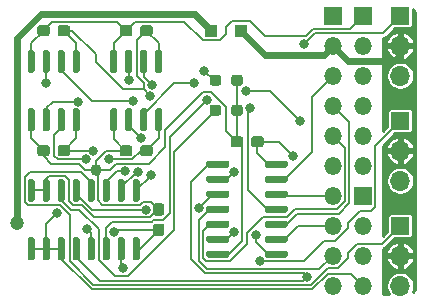
<source format=gbr>
%TF.GenerationSoftware,KiCad,Pcbnew,(5.1.10)-1*%
%TF.CreationDate,2021-10-05T19:45:30+09:00*%
%TF.ProjectId,mr8-iso-mux-sbus-4ws,6d72382d-6973-46f2-9d6d-75782d736275,1*%
%TF.SameCoordinates,Original*%
%TF.FileFunction,Copper,L1,Top*%
%TF.FilePolarity,Positive*%
%FSLAX46Y46*%
G04 Gerber Fmt 4.6, Leading zero omitted, Abs format (unit mm)*
G04 Created by KiCad (PCBNEW (5.1.10)-1) date 2021-10-05 19:45:30*
%MOMM*%
%LPD*%
G01*
G04 APERTURE LIST*
%TA.AperFunction,ComponentPad*%
%ADD10R,1.500000X1.500000*%
%TD*%
%TA.AperFunction,ComponentPad*%
%ADD11O,1.700000X1.700000*%
%TD*%
%TA.AperFunction,ComponentPad*%
%ADD12O,1.500000X1.500000*%
%TD*%
%TA.AperFunction,SMDPad,CuDef*%
%ADD13R,1.000000X1.000000*%
%TD*%
%TA.AperFunction,ViaPad*%
%ADD14C,1.200000*%
%TD*%
%TA.AperFunction,ViaPad*%
%ADD15C,1.000000*%
%TD*%
%TA.AperFunction,ViaPad*%
%ADD16C,0.800000*%
%TD*%
%TA.AperFunction,Conductor*%
%ADD17C,0.300000*%
%TD*%
%TA.AperFunction,Conductor*%
%ADD18C,0.600000*%
%TD*%
%TA.AperFunction,Conductor*%
%ADD19C,0.200000*%
%TD*%
%TA.AperFunction,Conductor*%
%ADD20C,0.254000*%
%TD*%
%TA.AperFunction,Conductor*%
%ADD21C,0.100000*%
%TD*%
G04 APERTURE END LIST*
D10*
%TO.P,J4,1*%
%TO.N,/PWM_STR_VEH_INV*%
X136525000Y-95250000D03*
D11*
%TO.P,J4,2*%
%TO.N,+V_VEH*%
X136525000Y-97790000D03*
%TO.P,J4,3*%
%TO.N,GND*%
X136525000Y-100330000D03*
%TD*%
%TO.P,J3,3*%
%TO.N,GND*%
X136525000Y-91440000D03*
%TO.P,J3,2*%
%TO.N,+V_VEH*%
X136525000Y-88900000D03*
D10*
%TO.P,J3,1*%
%TO.N,/PWM_STR_VEH*%
X136525000Y-86360000D03*
%TD*%
D11*
%TO.P,J2,3*%
%TO.N,GND*%
X136525000Y-82550000D03*
%TO.P,J2,2*%
%TO.N,+V_VEH*%
X136525000Y-80010000D03*
D10*
%TO.P,J2,1*%
%TO.N,/PWM_THR_VEH*%
X136525000Y-77470000D03*
%TD*%
D12*
%TO.P,J5,4*%
%TO.N,/CON_EXT*%
X133350000Y-100330000D03*
%TO.P,J5,3*%
%TO.N,/CON_LOST*%
X133350000Y-97790000D03*
%TO.P,J5,2*%
%TO.N,+3V3*%
X133350000Y-95250000D03*
D10*
%TO.P,J5,1*%
%TO.N,GND*%
X133350000Y-92710000D03*
%TD*%
D12*
%TO.P,J6,6*%
%TO.N,/PWM_STR_EXT*%
X133350000Y-90170000D03*
%TO.P,J6,5*%
%TO.N,/PWM_THR_EXT*%
X133350000Y-87630000D03*
%TO.P,J6,4*%
%TO.N,/COM_IN_EXT*%
X133350000Y-85090000D03*
%TO.P,J6,3*%
%TO.N,/S.BUS_OUT_EXT*%
X133350000Y-82550000D03*
%TO.P,J6,2*%
%TO.N,+V_EXT*%
X133350000Y-80010000D03*
D10*
%TO.P,J6,1*%
%TO.N,GND_EXT*%
X133350000Y-77470000D03*
%TD*%
D12*
%TO.P,J1,10*%
%TO.N,/PWM_A*%
X130810000Y-100330000D03*
%TO.P,J1,9*%
%TO.N,/PWM_B*%
X130810000Y-97790000D03*
%TO.P,J1,8*%
%TO.N,/PWM_C*%
X130810000Y-95250000D03*
%TO.P,J1,7*%
%TO.N,/PWM_D*%
X130810000Y-92710000D03*
%TO.P,J1,6*%
%TO.N,/PWM_E*%
X130810000Y-90170000D03*
%TO.P,J1,5*%
%TO.N,/PWM_F*%
X130810000Y-87630000D03*
%TO.P,J1,4*%
%TO.N,/PWM_G*%
X130810000Y-85090000D03*
%TO.P,J1,3*%
%TO.N,/PWM_H*%
X130810000Y-82550000D03*
%TO.P,J1,2*%
%TO.N,+V_VEH*%
X130810000Y-80010000D03*
D10*
%TO.P,J1,1*%
%TO.N,GND*%
X130810000Y-77470000D03*
%TD*%
D13*
%TO.P,D1,1*%
%TO.N,+5V*%
X120543000Y-78740000D03*
%TO.P,D1,2*%
%TO.N,+V_VEH*%
X123043000Y-78740000D03*
%TD*%
%TO.P,C6,2*%
%TO.N,GND_EXT*%
%TA.AperFunction,SMDPad,CuDef*%
G36*
G01*
X106863000Y-78502500D02*
X106863000Y-78977500D01*
G75*
G02*
X106625500Y-79215000I-237500J0D01*
G01*
X106025500Y-79215000D01*
G75*
G02*
X105788000Y-78977500I0J237500D01*
G01*
X105788000Y-78502500D01*
G75*
G02*
X106025500Y-78265000I237500J0D01*
G01*
X106625500Y-78265000D01*
G75*
G02*
X106863000Y-78502500I0J-237500D01*
G01*
G37*
%TD.AperFunction*%
%TO.P,C6,1*%
%TO.N,+V_EXT*%
%TA.AperFunction,SMDPad,CuDef*%
G36*
G01*
X108588000Y-78502500D02*
X108588000Y-78977500D01*
G75*
G02*
X108350500Y-79215000I-237500J0D01*
G01*
X107750500Y-79215000D01*
G75*
G02*
X107513000Y-78977500I0J237500D01*
G01*
X107513000Y-78502500D01*
G75*
G02*
X107750500Y-78265000I237500J0D01*
G01*
X108350500Y-78265000D01*
G75*
G02*
X108588000Y-78502500I0J-237500D01*
G01*
G37*
%TD.AperFunction*%
%TD*%
%TO.P,C5,2*%
%TO.N,GND_EXT*%
%TA.AperFunction,SMDPad,CuDef*%
G36*
G01*
X113848000Y-78502500D02*
X113848000Y-78977500D01*
G75*
G02*
X113610500Y-79215000I-237500J0D01*
G01*
X113010500Y-79215000D01*
G75*
G02*
X112773000Y-78977500I0J237500D01*
G01*
X112773000Y-78502500D01*
G75*
G02*
X113010500Y-78265000I237500J0D01*
G01*
X113610500Y-78265000D01*
G75*
G02*
X113848000Y-78502500I0J-237500D01*
G01*
G37*
%TD.AperFunction*%
%TO.P,C5,1*%
%TO.N,+V_EXT*%
%TA.AperFunction,SMDPad,CuDef*%
G36*
G01*
X115573000Y-78502500D02*
X115573000Y-78977500D01*
G75*
G02*
X115335500Y-79215000I-237500J0D01*
G01*
X114735500Y-79215000D01*
G75*
G02*
X114498000Y-78977500I0J237500D01*
G01*
X114498000Y-78502500D01*
G75*
G02*
X114735500Y-78265000I237500J0D01*
G01*
X115335500Y-78265000D01*
G75*
G02*
X115573000Y-78502500I0J-237500D01*
G01*
G37*
%TD.AperFunction*%
%TD*%
%TO.P,U4,8*%
%TO.N,+3V3*%
%TA.AperFunction,SMDPad,CuDef*%
G36*
G01*
X108943000Y-85320000D02*
X109243000Y-85320000D01*
G75*
G02*
X109393000Y-85470000I0J-150000D01*
G01*
X109393000Y-87120000D01*
G75*
G02*
X109243000Y-87270000I-150000J0D01*
G01*
X108943000Y-87270000D01*
G75*
G02*
X108793000Y-87120000I0J150000D01*
G01*
X108793000Y-85470000D01*
G75*
G02*
X108943000Y-85320000I150000J0D01*
G01*
G37*
%TD.AperFunction*%
%TO.P,U4,7*%
%TO.N,/PWM_THR*%
%TA.AperFunction,SMDPad,CuDef*%
G36*
G01*
X107673000Y-85320000D02*
X107973000Y-85320000D01*
G75*
G02*
X108123000Y-85470000I0J-150000D01*
G01*
X108123000Y-87120000D01*
G75*
G02*
X107973000Y-87270000I-150000J0D01*
G01*
X107673000Y-87270000D01*
G75*
G02*
X107523000Y-87120000I0J150000D01*
G01*
X107523000Y-85470000D01*
G75*
G02*
X107673000Y-85320000I150000J0D01*
G01*
G37*
%TD.AperFunction*%
%TO.P,U4,6*%
%TO.N,/PWM_STR*%
%TA.AperFunction,SMDPad,CuDef*%
G36*
G01*
X106403000Y-85320000D02*
X106703000Y-85320000D01*
G75*
G02*
X106853000Y-85470000I0J-150000D01*
G01*
X106853000Y-87120000D01*
G75*
G02*
X106703000Y-87270000I-150000J0D01*
G01*
X106403000Y-87270000D01*
G75*
G02*
X106253000Y-87120000I0J150000D01*
G01*
X106253000Y-85470000D01*
G75*
G02*
X106403000Y-85320000I150000J0D01*
G01*
G37*
%TD.AperFunction*%
%TO.P,U4,5*%
%TO.N,GND*%
%TA.AperFunction,SMDPad,CuDef*%
G36*
G01*
X105133000Y-85320000D02*
X105433000Y-85320000D01*
G75*
G02*
X105583000Y-85470000I0J-150000D01*
G01*
X105583000Y-87120000D01*
G75*
G02*
X105433000Y-87270000I-150000J0D01*
G01*
X105133000Y-87270000D01*
G75*
G02*
X104983000Y-87120000I0J150000D01*
G01*
X104983000Y-85470000D01*
G75*
G02*
X105133000Y-85320000I150000J0D01*
G01*
G37*
%TD.AperFunction*%
%TO.P,U4,4*%
%TO.N,GND_EXT*%
%TA.AperFunction,SMDPad,CuDef*%
G36*
G01*
X105133000Y-80370000D02*
X105433000Y-80370000D01*
G75*
G02*
X105583000Y-80520000I0J-150000D01*
G01*
X105583000Y-82170000D01*
G75*
G02*
X105433000Y-82320000I-150000J0D01*
G01*
X105133000Y-82320000D01*
G75*
G02*
X104983000Y-82170000I0J150000D01*
G01*
X104983000Y-80520000D01*
G75*
G02*
X105133000Y-80370000I150000J0D01*
G01*
G37*
%TD.AperFunction*%
%TO.P,U4,3*%
%TO.N,/PWM_STR_EXT*%
%TA.AperFunction,SMDPad,CuDef*%
G36*
G01*
X106403000Y-80370000D02*
X106703000Y-80370000D01*
G75*
G02*
X106853000Y-80520000I0J-150000D01*
G01*
X106853000Y-82170000D01*
G75*
G02*
X106703000Y-82320000I-150000J0D01*
G01*
X106403000Y-82320000D01*
G75*
G02*
X106253000Y-82170000I0J150000D01*
G01*
X106253000Y-80520000D01*
G75*
G02*
X106403000Y-80370000I150000J0D01*
G01*
G37*
%TD.AperFunction*%
%TO.P,U4,2*%
%TO.N,/PWM_THR_EXT*%
%TA.AperFunction,SMDPad,CuDef*%
G36*
G01*
X107673000Y-80370000D02*
X107973000Y-80370000D01*
G75*
G02*
X108123000Y-80520000I0J-150000D01*
G01*
X108123000Y-82170000D01*
G75*
G02*
X107973000Y-82320000I-150000J0D01*
G01*
X107673000Y-82320000D01*
G75*
G02*
X107523000Y-82170000I0J150000D01*
G01*
X107523000Y-80520000D01*
G75*
G02*
X107673000Y-80370000I150000J0D01*
G01*
G37*
%TD.AperFunction*%
%TO.P,U4,1*%
%TO.N,+V_EXT*%
%TA.AperFunction,SMDPad,CuDef*%
G36*
G01*
X108943000Y-80370000D02*
X109243000Y-80370000D01*
G75*
G02*
X109393000Y-80520000I0J-150000D01*
G01*
X109393000Y-82170000D01*
G75*
G02*
X109243000Y-82320000I-150000J0D01*
G01*
X108943000Y-82320000D01*
G75*
G02*
X108793000Y-82170000I0J150000D01*
G01*
X108793000Y-80520000D01*
G75*
G02*
X108943000Y-80370000I150000J0D01*
G01*
G37*
%TD.AperFunction*%
%TD*%
%TO.P,U3,8*%
%TO.N,+3V3*%
%TA.AperFunction,SMDPad,CuDef*%
G36*
G01*
X115928000Y-85320000D02*
X116228000Y-85320000D01*
G75*
G02*
X116378000Y-85470000I0J-150000D01*
G01*
X116378000Y-87120000D01*
G75*
G02*
X116228000Y-87270000I-150000J0D01*
G01*
X115928000Y-87270000D01*
G75*
G02*
X115778000Y-87120000I0J150000D01*
G01*
X115778000Y-85470000D01*
G75*
G02*
X115928000Y-85320000I150000J0D01*
G01*
G37*
%TD.AperFunction*%
%TO.P,U3,7*%
%TO.N,/S.BUS_OUT*%
%TA.AperFunction,SMDPad,CuDef*%
G36*
G01*
X114658000Y-85320000D02*
X114958000Y-85320000D01*
G75*
G02*
X115108000Y-85470000I0J-150000D01*
G01*
X115108000Y-87120000D01*
G75*
G02*
X114958000Y-87270000I-150000J0D01*
G01*
X114658000Y-87270000D01*
G75*
G02*
X114508000Y-87120000I0J150000D01*
G01*
X114508000Y-85470000D01*
G75*
G02*
X114658000Y-85320000I150000J0D01*
G01*
G37*
%TD.AperFunction*%
%TO.P,U3,6*%
%TO.N,/COM_IN*%
%TA.AperFunction,SMDPad,CuDef*%
G36*
G01*
X113388000Y-85320000D02*
X113688000Y-85320000D01*
G75*
G02*
X113838000Y-85470000I0J-150000D01*
G01*
X113838000Y-87120000D01*
G75*
G02*
X113688000Y-87270000I-150000J0D01*
G01*
X113388000Y-87270000D01*
G75*
G02*
X113238000Y-87120000I0J150000D01*
G01*
X113238000Y-85470000D01*
G75*
G02*
X113388000Y-85320000I150000J0D01*
G01*
G37*
%TD.AperFunction*%
%TO.P,U3,5*%
%TO.N,GND*%
%TA.AperFunction,SMDPad,CuDef*%
G36*
G01*
X112118000Y-85320000D02*
X112418000Y-85320000D01*
G75*
G02*
X112568000Y-85470000I0J-150000D01*
G01*
X112568000Y-87120000D01*
G75*
G02*
X112418000Y-87270000I-150000J0D01*
G01*
X112118000Y-87270000D01*
G75*
G02*
X111968000Y-87120000I0J150000D01*
G01*
X111968000Y-85470000D01*
G75*
G02*
X112118000Y-85320000I150000J0D01*
G01*
G37*
%TD.AperFunction*%
%TO.P,U3,4*%
%TO.N,GND_EXT*%
%TA.AperFunction,SMDPad,CuDef*%
G36*
G01*
X112118000Y-80370000D02*
X112418000Y-80370000D01*
G75*
G02*
X112568000Y-80520000I0J-150000D01*
G01*
X112568000Y-82170000D01*
G75*
G02*
X112418000Y-82320000I-150000J0D01*
G01*
X112118000Y-82320000D01*
G75*
G02*
X111968000Y-82170000I0J150000D01*
G01*
X111968000Y-80520000D01*
G75*
G02*
X112118000Y-80370000I150000J0D01*
G01*
G37*
%TD.AperFunction*%
%TO.P,U3,3*%
%TO.N,/COM_IN_EXT*%
%TA.AperFunction,SMDPad,CuDef*%
G36*
G01*
X113388000Y-80370000D02*
X113688000Y-80370000D01*
G75*
G02*
X113838000Y-80520000I0J-150000D01*
G01*
X113838000Y-82170000D01*
G75*
G02*
X113688000Y-82320000I-150000J0D01*
G01*
X113388000Y-82320000D01*
G75*
G02*
X113238000Y-82170000I0J150000D01*
G01*
X113238000Y-80520000D01*
G75*
G02*
X113388000Y-80370000I150000J0D01*
G01*
G37*
%TD.AperFunction*%
%TO.P,U3,2*%
%TO.N,/S.BUS_OUT_EXT*%
%TA.AperFunction,SMDPad,CuDef*%
G36*
G01*
X114658000Y-80370000D02*
X114958000Y-80370000D01*
G75*
G02*
X115108000Y-80520000I0J-150000D01*
G01*
X115108000Y-82170000D01*
G75*
G02*
X114958000Y-82320000I-150000J0D01*
G01*
X114658000Y-82320000D01*
G75*
G02*
X114508000Y-82170000I0J150000D01*
G01*
X114508000Y-80520000D01*
G75*
G02*
X114658000Y-80370000I150000J0D01*
G01*
G37*
%TD.AperFunction*%
%TO.P,U3,1*%
%TO.N,+V_EXT*%
%TA.AperFunction,SMDPad,CuDef*%
G36*
G01*
X115928000Y-80370000D02*
X116228000Y-80370000D01*
G75*
G02*
X116378000Y-80520000I0J-150000D01*
G01*
X116378000Y-82170000D01*
G75*
G02*
X116228000Y-82320000I-150000J0D01*
G01*
X115928000Y-82320000D01*
G75*
G02*
X115778000Y-82170000I0J150000D01*
G01*
X115778000Y-80520000D01*
G75*
G02*
X115928000Y-80370000I150000J0D01*
G01*
G37*
%TD.AperFunction*%
%TD*%
%TO.P,U1,14*%
%TO.N,+3V3*%
%TA.AperFunction,SMDPad,CuDef*%
G36*
G01*
X125071000Y-90193000D02*
X125071000Y-89893000D01*
G75*
G02*
X125221000Y-89743000I150000J0D01*
G01*
X126871000Y-89743000D01*
G75*
G02*
X127021000Y-89893000I0J-150000D01*
G01*
X127021000Y-90193000D01*
G75*
G02*
X126871000Y-90343000I-150000J0D01*
G01*
X125221000Y-90343000D01*
G75*
G02*
X125071000Y-90193000I0J150000D01*
G01*
G37*
%TD.AperFunction*%
%TO.P,U1,13*%
%TO.N,/PWM_H*%
%TA.AperFunction,SMDPad,CuDef*%
G36*
G01*
X125071000Y-91463000D02*
X125071000Y-91163000D01*
G75*
G02*
X125221000Y-91013000I150000J0D01*
G01*
X126871000Y-91013000D01*
G75*
G02*
X127021000Y-91163000I0J-150000D01*
G01*
X127021000Y-91463000D01*
G75*
G02*
X126871000Y-91613000I-150000J0D01*
G01*
X125221000Y-91613000D01*
G75*
G02*
X125071000Y-91463000I0J150000D01*
G01*
G37*
%TD.AperFunction*%
%TO.P,U1,12*%
%TO.N,/PWM_D*%
%TA.AperFunction,SMDPad,CuDef*%
G36*
G01*
X125071000Y-92733000D02*
X125071000Y-92433000D01*
G75*
G02*
X125221000Y-92283000I150000J0D01*
G01*
X126871000Y-92283000D01*
G75*
G02*
X127021000Y-92433000I0J-150000D01*
G01*
X127021000Y-92733000D01*
G75*
G02*
X126871000Y-92883000I-150000J0D01*
G01*
X125221000Y-92883000D01*
G75*
G02*
X125071000Y-92733000I0J150000D01*
G01*
G37*
%TD.AperFunction*%
%TO.P,U1,11*%
%TO.N,/PWM_D+H*%
%TA.AperFunction,SMDPad,CuDef*%
G36*
G01*
X125071000Y-94003000D02*
X125071000Y-93703000D01*
G75*
G02*
X125221000Y-93553000I150000J0D01*
G01*
X126871000Y-93553000D01*
G75*
G02*
X127021000Y-93703000I0J-150000D01*
G01*
X127021000Y-94003000D01*
G75*
G02*
X126871000Y-94153000I-150000J0D01*
G01*
X125221000Y-94153000D01*
G75*
G02*
X125071000Y-94003000I0J150000D01*
G01*
G37*
%TD.AperFunction*%
%TO.P,U1,10*%
%TO.N,/PWM_G*%
%TA.AperFunction,SMDPad,CuDef*%
G36*
G01*
X125071000Y-95273000D02*
X125071000Y-94973000D01*
G75*
G02*
X125221000Y-94823000I150000J0D01*
G01*
X126871000Y-94823000D01*
G75*
G02*
X127021000Y-94973000I0J-150000D01*
G01*
X127021000Y-95273000D01*
G75*
G02*
X126871000Y-95423000I-150000J0D01*
G01*
X125221000Y-95423000D01*
G75*
G02*
X125071000Y-95273000I0J150000D01*
G01*
G37*
%TD.AperFunction*%
%TO.P,U1,9*%
%TO.N,/PWM_C*%
%TA.AperFunction,SMDPad,CuDef*%
G36*
G01*
X125071000Y-96543000D02*
X125071000Y-96243000D01*
G75*
G02*
X125221000Y-96093000I150000J0D01*
G01*
X126871000Y-96093000D01*
G75*
G02*
X127021000Y-96243000I0J-150000D01*
G01*
X127021000Y-96543000D01*
G75*
G02*
X126871000Y-96693000I-150000J0D01*
G01*
X125221000Y-96693000D01*
G75*
G02*
X125071000Y-96543000I0J150000D01*
G01*
G37*
%TD.AperFunction*%
%TO.P,U1,8*%
%TO.N,/PWM_C+G*%
%TA.AperFunction,SMDPad,CuDef*%
G36*
G01*
X125071000Y-97813000D02*
X125071000Y-97513000D01*
G75*
G02*
X125221000Y-97363000I150000J0D01*
G01*
X126871000Y-97363000D01*
G75*
G02*
X127021000Y-97513000I0J-150000D01*
G01*
X127021000Y-97813000D01*
G75*
G02*
X126871000Y-97963000I-150000J0D01*
G01*
X125221000Y-97963000D01*
G75*
G02*
X125071000Y-97813000I0J150000D01*
G01*
G37*
%TD.AperFunction*%
%TO.P,U1,7*%
%TO.N,GND*%
%TA.AperFunction,SMDPad,CuDef*%
G36*
G01*
X120121000Y-97813000D02*
X120121000Y-97513000D01*
G75*
G02*
X120271000Y-97363000I150000J0D01*
G01*
X121921000Y-97363000D01*
G75*
G02*
X122071000Y-97513000I0J-150000D01*
G01*
X122071000Y-97813000D01*
G75*
G02*
X121921000Y-97963000I-150000J0D01*
G01*
X120271000Y-97963000D01*
G75*
G02*
X120121000Y-97813000I0J150000D01*
G01*
G37*
%TD.AperFunction*%
%TO.P,U1,6*%
%TO.N,/PWM_B+F*%
%TA.AperFunction,SMDPad,CuDef*%
G36*
G01*
X120121000Y-96543000D02*
X120121000Y-96243000D01*
G75*
G02*
X120271000Y-96093000I150000J0D01*
G01*
X121921000Y-96093000D01*
G75*
G02*
X122071000Y-96243000I0J-150000D01*
G01*
X122071000Y-96543000D01*
G75*
G02*
X121921000Y-96693000I-150000J0D01*
G01*
X120271000Y-96693000D01*
G75*
G02*
X120121000Y-96543000I0J150000D01*
G01*
G37*
%TD.AperFunction*%
%TO.P,U1,5*%
%TO.N,/PWM_F*%
%TA.AperFunction,SMDPad,CuDef*%
G36*
G01*
X120121000Y-95273000D02*
X120121000Y-94973000D01*
G75*
G02*
X120271000Y-94823000I150000J0D01*
G01*
X121921000Y-94823000D01*
G75*
G02*
X122071000Y-94973000I0J-150000D01*
G01*
X122071000Y-95273000D01*
G75*
G02*
X121921000Y-95423000I-150000J0D01*
G01*
X120271000Y-95423000D01*
G75*
G02*
X120121000Y-95273000I0J150000D01*
G01*
G37*
%TD.AperFunction*%
%TO.P,U1,4*%
%TO.N,/PWM_B*%
%TA.AperFunction,SMDPad,CuDef*%
G36*
G01*
X120121000Y-94003000D02*
X120121000Y-93703000D01*
G75*
G02*
X120271000Y-93553000I150000J0D01*
G01*
X121921000Y-93553000D01*
G75*
G02*
X122071000Y-93703000I0J-150000D01*
G01*
X122071000Y-94003000D01*
G75*
G02*
X121921000Y-94153000I-150000J0D01*
G01*
X120271000Y-94153000D01*
G75*
G02*
X120121000Y-94003000I0J150000D01*
G01*
G37*
%TD.AperFunction*%
%TO.P,U1,3*%
%TO.N,/PWM_A+E*%
%TA.AperFunction,SMDPad,CuDef*%
G36*
G01*
X120121000Y-92733000D02*
X120121000Y-92433000D01*
G75*
G02*
X120271000Y-92283000I150000J0D01*
G01*
X121921000Y-92283000D01*
G75*
G02*
X122071000Y-92433000I0J-150000D01*
G01*
X122071000Y-92733000D01*
G75*
G02*
X121921000Y-92883000I-150000J0D01*
G01*
X120271000Y-92883000D01*
G75*
G02*
X120121000Y-92733000I0J150000D01*
G01*
G37*
%TD.AperFunction*%
%TO.P,U1,2*%
%TO.N,/PWM_E*%
%TA.AperFunction,SMDPad,CuDef*%
G36*
G01*
X120121000Y-91463000D02*
X120121000Y-91163000D01*
G75*
G02*
X120271000Y-91013000I150000J0D01*
G01*
X121921000Y-91013000D01*
G75*
G02*
X122071000Y-91163000I0J-150000D01*
G01*
X122071000Y-91463000D01*
G75*
G02*
X121921000Y-91613000I-150000J0D01*
G01*
X120271000Y-91613000D01*
G75*
G02*
X120121000Y-91463000I0J150000D01*
G01*
G37*
%TD.AperFunction*%
%TO.P,U1,1*%
%TO.N,/PWM_A*%
%TA.AperFunction,SMDPad,CuDef*%
G36*
G01*
X120121000Y-90193000D02*
X120121000Y-89893000D01*
G75*
G02*
X120271000Y-89743000I150000J0D01*
G01*
X121921000Y-89743000D01*
G75*
G02*
X122071000Y-89893000I0J-150000D01*
G01*
X122071000Y-90193000D01*
G75*
G02*
X121921000Y-90343000I-150000J0D01*
G01*
X120271000Y-90343000D01*
G75*
G02*
X120121000Y-90193000I0J150000D01*
G01*
G37*
%TD.AperFunction*%
%TD*%
%TO.P,C4,2*%
%TO.N,GND*%
%TA.AperFunction,SMDPad,CuDef*%
G36*
G01*
X106863000Y-88662500D02*
X106863000Y-89137500D01*
G75*
G02*
X106625500Y-89375000I-237500J0D01*
G01*
X106025500Y-89375000D01*
G75*
G02*
X105788000Y-89137500I0J237500D01*
G01*
X105788000Y-88662500D01*
G75*
G02*
X106025500Y-88425000I237500J0D01*
G01*
X106625500Y-88425000D01*
G75*
G02*
X106863000Y-88662500I0J-237500D01*
G01*
G37*
%TD.AperFunction*%
%TO.P,C4,1*%
%TO.N,+3V3*%
%TA.AperFunction,SMDPad,CuDef*%
G36*
G01*
X108588000Y-88662500D02*
X108588000Y-89137500D01*
G75*
G02*
X108350500Y-89375000I-237500J0D01*
G01*
X107750500Y-89375000D01*
G75*
G02*
X107513000Y-89137500I0J237500D01*
G01*
X107513000Y-88662500D01*
G75*
G02*
X107750500Y-88425000I237500J0D01*
G01*
X108350500Y-88425000D01*
G75*
G02*
X108588000Y-88662500I0J-237500D01*
G01*
G37*
%TD.AperFunction*%
%TD*%
%TO.P,C3,2*%
%TO.N,GND*%
%TA.AperFunction,SMDPad,CuDef*%
G36*
G01*
X113848000Y-88662500D02*
X113848000Y-89137500D01*
G75*
G02*
X113610500Y-89375000I-237500J0D01*
G01*
X113010500Y-89375000D01*
G75*
G02*
X112773000Y-89137500I0J237500D01*
G01*
X112773000Y-88662500D01*
G75*
G02*
X113010500Y-88425000I237500J0D01*
G01*
X113610500Y-88425000D01*
G75*
G02*
X113848000Y-88662500I0J-237500D01*
G01*
G37*
%TD.AperFunction*%
%TO.P,C3,1*%
%TO.N,+3V3*%
%TA.AperFunction,SMDPad,CuDef*%
G36*
G01*
X115573000Y-88662500D02*
X115573000Y-89137500D01*
G75*
G02*
X115335500Y-89375000I-237500J0D01*
G01*
X114735500Y-89375000D01*
G75*
G02*
X114498000Y-89137500I0J237500D01*
G01*
X114498000Y-88662500D01*
G75*
G02*
X114735500Y-88425000I237500J0D01*
G01*
X115335500Y-88425000D01*
G75*
G02*
X115573000Y-88662500I0J-237500D01*
G01*
G37*
%TD.AperFunction*%
%TD*%
%TO.P,C2,1*%
%TO.N,+3V3*%
%TA.AperFunction,SMDPad,CuDef*%
G36*
G01*
X116315500Y-96142000D02*
X115840500Y-96142000D01*
G75*
G02*
X115603000Y-95904500I0J237500D01*
G01*
X115603000Y-95304500D01*
G75*
G02*
X115840500Y-95067000I237500J0D01*
G01*
X116315500Y-95067000D01*
G75*
G02*
X116553000Y-95304500I0J-237500D01*
G01*
X116553000Y-95904500D01*
G75*
G02*
X116315500Y-96142000I-237500J0D01*
G01*
G37*
%TD.AperFunction*%
%TO.P,C2,2*%
%TO.N,GND*%
%TA.AperFunction,SMDPad,CuDef*%
G36*
G01*
X116315500Y-94417000D02*
X115840500Y-94417000D01*
G75*
G02*
X115603000Y-94179500I0J237500D01*
G01*
X115603000Y-93579500D01*
G75*
G02*
X115840500Y-93342000I237500J0D01*
G01*
X116315500Y-93342000D01*
G75*
G02*
X116553000Y-93579500I0J-237500D01*
G01*
X116553000Y-94179500D01*
G75*
G02*
X116315500Y-94417000I-237500J0D01*
G01*
G37*
%TD.AperFunction*%
%TD*%
%TO.P,C1,2*%
%TO.N,GND*%
%TA.AperFunction,SMDPad,CuDef*%
G36*
G01*
X123246000Y-87900500D02*
X123246000Y-88375500D01*
G75*
G02*
X123008500Y-88613000I-237500J0D01*
G01*
X122408500Y-88613000D01*
G75*
G02*
X122171000Y-88375500I0J237500D01*
G01*
X122171000Y-87900500D01*
G75*
G02*
X122408500Y-87663000I237500J0D01*
G01*
X123008500Y-87663000D01*
G75*
G02*
X123246000Y-87900500I0J-237500D01*
G01*
G37*
%TD.AperFunction*%
%TO.P,C1,1*%
%TO.N,+3V3*%
%TA.AperFunction,SMDPad,CuDef*%
G36*
G01*
X124971000Y-87900500D02*
X124971000Y-88375500D01*
G75*
G02*
X124733500Y-88613000I-237500J0D01*
G01*
X124133500Y-88613000D01*
G75*
G02*
X123896000Y-88375500I0J237500D01*
G01*
X123896000Y-87900500D01*
G75*
G02*
X124133500Y-87663000I237500J0D01*
G01*
X124733500Y-87663000D01*
G75*
G02*
X124971000Y-87900500I0J-237500D01*
G01*
G37*
%TD.AperFunction*%
%TD*%
%TO.P,R2,1*%
%TO.N,/CON_EXT*%
%TA.AperFunction,SMDPad,CuDef*%
G36*
G01*
X120393000Y-83168500D02*
X120393000Y-82693500D01*
G75*
G02*
X120630500Y-82456000I237500J0D01*
G01*
X121130500Y-82456000D01*
G75*
G02*
X121368000Y-82693500I0J-237500D01*
G01*
X121368000Y-83168500D01*
G75*
G02*
X121130500Y-83406000I-237500J0D01*
G01*
X120630500Y-83406000D01*
G75*
G02*
X120393000Y-83168500I0J237500D01*
G01*
G37*
%TD.AperFunction*%
%TO.P,R2,2*%
%TO.N,GND*%
%TA.AperFunction,SMDPad,CuDef*%
G36*
G01*
X122218000Y-83168500D02*
X122218000Y-82693500D01*
G75*
G02*
X122455500Y-82456000I237500J0D01*
G01*
X122955500Y-82456000D01*
G75*
G02*
X123193000Y-82693500I0J-237500D01*
G01*
X123193000Y-83168500D01*
G75*
G02*
X122955500Y-83406000I-237500J0D01*
G01*
X122455500Y-83406000D01*
G75*
G02*
X122218000Y-83168500I0J237500D01*
G01*
G37*
%TD.AperFunction*%
%TD*%
%TO.P,R1,2*%
%TO.N,Net-(R1-Pad2)*%
%TA.AperFunction,SMDPad,CuDef*%
G36*
G01*
X121368000Y-85233500D02*
X121368000Y-85708500D01*
G75*
G02*
X121130500Y-85946000I-237500J0D01*
G01*
X120630500Y-85946000D01*
G75*
G02*
X120393000Y-85708500I0J237500D01*
G01*
X120393000Y-85233500D01*
G75*
G02*
X120630500Y-84996000I237500J0D01*
G01*
X121130500Y-84996000D01*
G75*
G02*
X121368000Y-85233500I0J-237500D01*
G01*
G37*
%TD.AperFunction*%
%TO.P,R1,1*%
%TO.N,GND*%
%TA.AperFunction,SMDPad,CuDef*%
G36*
G01*
X123193000Y-85233500D02*
X123193000Y-85708500D01*
G75*
G02*
X122955500Y-85946000I-237500J0D01*
G01*
X122455500Y-85946000D01*
G75*
G02*
X122218000Y-85708500I0J237500D01*
G01*
X122218000Y-85233500D01*
G75*
G02*
X122455500Y-84996000I237500J0D01*
G01*
X122955500Y-84996000D01*
G75*
G02*
X123193000Y-85233500I0J-237500D01*
G01*
G37*
%TD.AperFunction*%
%TD*%
%TO.P,U2,16*%
%TO.N,+3V3*%
%TA.AperFunction,SMDPad,CuDef*%
G36*
G01*
X114023000Y-96242000D02*
X114323000Y-96242000D01*
G75*
G02*
X114473000Y-96392000I0J-150000D01*
G01*
X114473000Y-98042000D01*
G75*
G02*
X114323000Y-98192000I-150000J0D01*
G01*
X114023000Y-98192000D01*
G75*
G02*
X113873000Y-98042000I0J150000D01*
G01*
X113873000Y-96392000D01*
G75*
G02*
X114023000Y-96242000I150000J0D01*
G01*
G37*
%TD.AperFunction*%
%TO.P,U2,15*%
%TO.N,/PWM_STR_VEH*%
%TA.AperFunction,SMDPad,CuDef*%
G36*
G01*
X112753000Y-96242000D02*
X113053000Y-96242000D01*
G75*
G02*
X113203000Y-96392000I0J-150000D01*
G01*
X113203000Y-98042000D01*
G75*
G02*
X113053000Y-98192000I-150000J0D01*
G01*
X112753000Y-98192000D01*
G75*
G02*
X112603000Y-98042000I0J150000D01*
G01*
X112603000Y-96392000D01*
G75*
G02*
X112753000Y-96242000I150000J0D01*
G01*
G37*
%TD.AperFunction*%
%TO.P,U2,14*%
%TO.N,/PWM_THR_VEH*%
%TA.AperFunction,SMDPad,CuDef*%
G36*
G01*
X111483000Y-96242000D02*
X111783000Y-96242000D01*
G75*
G02*
X111933000Y-96392000I0J-150000D01*
G01*
X111933000Y-98042000D01*
G75*
G02*
X111783000Y-98192000I-150000J0D01*
G01*
X111483000Y-98192000D01*
G75*
G02*
X111333000Y-98042000I0J150000D01*
G01*
X111333000Y-96392000D01*
G75*
G02*
X111483000Y-96242000I150000J0D01*
G01*
G37*
%TD.AperFunction*%
%TO.P,U2,13*%
%TO.N,/PWM_THR*%
%TA.AperFunction,SMDPad,CuDef*%
G36*
G01*
X110213000Y-96242000D02*
X110513000Y-96242000D01*
G75*
G02*
X110663000Y-96392000I0J-150000D01*
G01*
X110663000Y-98042000D01*
G75*
G02*
X110513000Y-98192000I-150000J0D01*
G01*
X110213000Y-98192000D01*
G75*
G02*
X110063000Y-98042000I0J150000D01*
G01*
X110063000Y-96392000D01*
G75*
G02*
X110213000Y-96242000I150000J0D01*
G01*
G37*
%TD.AperFunction*%
%TO.P,U2,12*%
%TO.N,/PWM_A*%
%TA.AperFunction,SMDPad,CuDef*%
G36*
G01*
X108943000Y-96242000D02*
X109243000Y-96242000D01*
G75*
G02*
X109393000Y-96392000I0J-150000D01*
G01*
X109393000Y-98042000D01*
G75*
G02*
X109243000Y-98192000I-150000J0D01*
G01*
X108943000Y-98192000D01*
G75*
G02*
X108793000Y-98042000I0J150000D01*
G01*
X108793000Y-96392000D01*
G75*
G02*
X108943000Y-96242000I150000J0D01*
G01*
G37*
%TD.AperFunction*%
%TO.P,U2,11*%
%TO.N,/CON_EXT*%
%TA.AperFunction,SMDPad,CuDef*%
G36*
G01*
X107673000Y-96242000D02*
X107973000Y-96242000D01*
G75*
G02*
X108123000Y-96392000I0J-150000D01*
G01*
X108123000Y-98042000D01*
G75*
G02*
X107973000Y-98192000I-150000J0D01*
G01*
X107673000Y-98192000D01*
G75*
G02*
X107523000Y-98042000I0J150000D01*
G01*
X107523000Y-96392000D01*
G75*
G02*
X107673000Y-96242000I150000J0D01*
G01*
G37*
%TD.AperFunction*%
%TO.P,U2,10*%
%TA.AperFunction,SMDPad,CuDef*%
G36*
G01*
X106403000Y-96242000D02*
X106703000Y-96242000D01*
G75*
G02*
X106853000Y-96392000I0J-150000D01*
G01*
X106853000Y-98042000D01*
G75*
G02*
X106703000Y-98192000I-150000J0D01*
G01*
X106403000Y-98192000D01*
G75*
G02*
X106253000Y-98042000I0J150000D01*
G01*
X106253000Y-96392000D01*
G75*
G02*
X106403000Y-96242000I150000J0D01*
G01*
G37*
%TD.AperFunction*%
%TO.P,U2,9*%
%TA.AperFunction,SMDPad,CuDef*%
G36*
G01*
X105133000Y-96242000D02*
X105433000Y-96242000D01*
G75*
G02*
X105583000Y-96392000I0J-150000D01*
G01*
X105583000Y-98042000D01*
G75*
G02*
X105433000Y-98192000I-150000J0D01*
G01*
X105133000Y-98192000D01*
G75*
G02*
X104983000Y-98042000I0J150000D01*
G01*
X104983000Y-96392000D01*
G75*
G02*
X105133000Y-96242000I150000J0D01*
G01*
G37*
%TD.AperFunction*%
%TO.P,U2,8*%
%TO.N,GND*%
%TA.AperFunction,SMDPad,CuDef*%
G36*
G01*
X105133000Y-91292000D02*
X105433000Y-91292000D01*
G75*
G02*
X105583000Y-91442000I0J-150000D01*
G01*
X105583000Y-93092000D01*
G75*
G02*
X105433000Y-93242000I-150000J0D01*
G01*
X105133000Y-93242000D01*
G75*
G02*
X104983000Y-93092000I0J150000D01*
G01*
X104983000Y-91442000D01*
G75*
G02*
X105133000Y-91292000I150000J0D01*
G01*
G37*
%TD.AperFunction*%
%TO.P,U2,7*%
%TA.AperFunction,SMDPad,CuDef*%
G36*
G01*
X106403000Y-91292000D02*
X106703000Y-91292000D01*
G75*
G02*
X106853000Y-91442000I0J-150000D01*
G01*
X106853000Y-93092000D01*
G75*
G02*
X106703000Y-93242000I-150000J0D01*
G01*
X106403000Y-93242000D01*
G75*
G02*
X106253000Y-93092000I0J150000D01*
G01*
X106253000Y-91442000D01*
G75*
G02*
X106403000Y-91292000I150000J0D01*
G01*
G37*
%TD.AperFunction*%
%TO.P,U2,6*%
%TO.N,Net-(R1-Pad2)*%
%TA.AperFunction,SMDPad,CuDef*%
G36*
G01*
X107673000Y-91292000D02*
X107973000Y-91292000D01*
G75*
G02*
X108123000Y-91442000I0J-150000D01*
G01*
X108123000Y-93092000D01*
G75*
G02*
X107973000Y-93242000I-150000J0D01*
G01*
X107673000Y-93242000D01*
G75*
G02*
X107523000Y-93092000I0J150000D01*
G01*
X107523000Y-91442000D01*
G75*
G02*
X107673000Y-91292000I150000J0D01*
G01*
G37*
%TD.AperFunction*%
%TO.P,U2,5*%
%TO.N,/PWM_STR_INT_INV*%
%TA.AperFunction,SMDPad,CuDef*%
G36*
G01*
X108943000Y-91292000D02*
X109243000Y-91292000D01*
G75*
G02*
X109393000Y-91442000I0J-150000D01*
G01*
X109393000Y-93092000D01*
G75*
G02*
X109243000Y-93242000I-150000J0D01*
G01*
X108943000Y-93242000D01*
G75*
G02*
X108793000Y-93092000I0J150000D01*
G01*
X108793000Y-91442000D01*
G75*
G02*
X108943000Y-91292000I150000J0D01*
G01*
G37*
%TD.AperFunction*%
%TO.P,U2,4*%
%TO.N,/PWM_STR_VEH_INV*%
%TA.AperFunction,SMDPad,CuDef*%
G36*
G01*
X110213000Y-91292000D02*
X110513000Y-91292000D01*
G75*
G02*
X110663000Y-91442000I0J-150000D01*
G01*
X110663000Y-93092000D01*
G75*
G02*
X110513000Y-93242000I-150000J0D01*
G01*
X110213000Y-93242000D01*
G75*
G02*
X110063000Y-93092000I0J150000D01*
G01*
X110063000Y-91442000D01*
G75*
G02*
X110213000Y-91292000I150000J0D01*
G01*
G37*
%TD.AperFunction*%
%TO.P,U2,3*%
%TO.N,/PWM_STR_EXT_INV*%
%TA.AperFunction,SMDPad,CuDef*%
G36*
G01*
X111483000Y-91292000D02*
X111783000Y-91292000D01*
G75*
G02*
X111933000Y-91442000I0J-150000D01*
G01*
X111933000Y-93092000D01*
G75*
G02*
X111783000Y-93242000I-150000J0D01*
G01*
X111483000Y-93242000D01*
G75*
G02*
X111333000Y-93092000I0J150000D01*
G01*
X111333000Y-91442000D01*
G75*
G02*
X111483000Y-91292000I150000J0D01*
G01*
G37*
%TD.AperFunction*%
%TO.P,U2,2*%
%TO.N,/PWM_D*%
%TA.AperFunction,SMDPad,CuDef*%
G36*
G01*
X112753000Y-91292000D02*
X113053000Y-91292000D01*
G75*
G02*
X113203000Y-91442000I0J-150000D01*
G01*
X113203000Y-93092000D01*
G75*
G02*
X113053000Y-93242000I-150000J0D01*
G01*
X112753000Y-93242000D01*
G75*
G02*
X112603000Y-93092000I0J150000D01*
G01*
X112603000Y-91442000D01*
G75*
G02*
X112753000Y-91292000I150000J0D01*
G01*
G37*
%TD.AperFunction*%
%TO.P,U2,1*%
%TO.N,/PWM_STR*%
%TA.AperFunction,SMDPad,CuDef*%
G36*
G01*
X114023000Y-91292000D02*
X114323000Y-91292000D01*
G75*
G02*
X114473000Y-91442000I0J-150000D01*
G01*
X114473000Y-93092000D01*
G75*
G02*
X114323000Y-93242000I-150000J0D01*
G01*
X114023000Y-93242000D01*
G75*
G02*
X113873000Y-93092000I0J150000D01*
G01*
X113873000Y-91442000D01*
G75*
G02*
X114023000Y-91292000I150000J0D01*
G01*
G37*
%TD.AperFunction*%
%TD*%
D14*
%TO.N,+5V*%
X104101897Y-94983297D03*
D15*
%TO.N,GND*%
X110769204Y-90563888D03*
D16*
%TO.N,+3V3*%
X112301979Y-95741030D03*
X127482600Y-89319100D03*
X111874690Y-89630454D03*
X110502700Y-88900002D03*
%TO.N,/PWM_STR_EXT*%
X106565700Y-83134200D03*
%TO.N,/PWM_STR_EXT_INV*%
X113195100Y-90655021D03*
%TO.N,/PWM_STR_INT_INV*%
X115035804Y-93892437D03*
%TO.N,/CON_EXT*%
X119923709Y-82112258D03*
X107454700Y-94183200D03*
%TO.N,/PWM_D+H*%
X123774200Y-85242400D03*
%TO.N,/PWM_C+G*%
X124333000Y-96050100D03*
%TO.N,/PWM_B+F*%
X122491900Y-95756151D03*
%TO.N,/PWM_A+E*%
X119506984Y-93776800D03*
%TO.N,/PWM_E*%
X122466100Y-90678000D03*
%TO.N,/PWM_A*%
X128638300Y-99580700D03*
%TO.N,/PWM_D*%
X114325400Y-90678000D03*
%TO.N,/PWM_STR_VEH*%
X124650500Y-98247200D03*
X113095856Y-98864386D03*
%TO.N,/PWM_THR_VEH*%
X120167400Y-84582000D03*
X128384302Y-79870300D03*
%TO.N,/PWM_THR*%
X109974190Y-95495674D03*
X109890627Y-89639589D03*
%TO.N,/PWM_STR*%
X109232700Y-84734400D03*
X115430300Y-90932000D03*
%TO.N,/S.BUS_OUT*%
X119037100Y-83146900D03*
%TO.N,/COM_IN*%
X114568500Y-87843200D03*
%TO.N,/COM_IN_EXT*%
X113538000Y-82918302D03*
%TO.N,/S.BUS_OUT_EXT*%
X115468400Y-83299302D03*
%TO.N,+V_EXT*%
X115346200Y-84266200D03*
%TO.N,/PWM_THR_EXT*%
X113935796Y-84670896D03*
%TO.N,/CON_LOST*%
X123462400Y-83826600D03*
X128016000Y-86360000D03*
%TD*%
D17*
%TO.N,+5V*%
X120543000Y-78740000D02*
X120543000Y-78448000D01*
D18*
X119159890Y-77356890D02*
X106128112Y-77356890D01*
X120543000Y-78740000D02*
X119159890Y-77356890D01*
X106128112Y-77356890D02*
X104101897Y-79383105D01*
X104101897Y-79383105D02*
X104101897Y-94983297D01*
D19*
%TO.N,GND*%
X122707000Y-85472500D02*
X122706000Y-85471000D01*
X122708000Y-85474000D02*
X122707000Y-85472500D01*
X122707000Y-85472500D02*
X122705500Y-85471000D01*
X122708000Y-87929100D02*
X122708500Y-87929600D01*
X106693500Y-89267500D02*
X106693000Y-89267500D01*
X105283000Y-86295000D02*
X105283000Y-87857500D01*
X105283000Y-87857500D02*
X106326000Y-88900000D01*
X106326000Y-88900000D02*
X106693500Y-89267500D01*
X122706000Y-82875500D02*
X122705500Y-82876000D01*
X122705500Y-82876000D02*
X122705500Y-82931000D01*
X106553000Y-92267000D02*
X105283000Y-92267000D01*
X123151900Y-88373000D02*
X122708000Y-87929100D01*
X123151900Y-96582100D02*
X123151900Y-88373000D01*
X122071000Y-97663000D02*
X123151900Y-96582100D01*
X121096000Y-97663000D02*
X122071000Y-97663000D01*
X113310500Y-88900000D02*
X113284000Y-88900000D01*
X122705500Y-82931000D02*
X122705500Y-83007998D01*
X122705500Y-85471000D02*
X122705500Y-82931000D01*
X122705500Y-88135000D02*
X122708500Y-88138000D01*
X122705500Y-85471000D02*
X122705500Y-88135000D01*
X113233732Y-88900000D02*
X113310000Y-88900000D01*
X112268000Y-87934268D02*
X113233732Y-88900000D01*
X112268000Y-86295000D02*
X112268000Y-87934268D01*
X111912212Y-90563888D02*
X110769204Y-90563888D01*
X112483501Y-89992599D02*
X111912212Y-90563888D01*
X122708500Y-88138000D02*
X122695250Y-88138000D01*
X112655302Y-89995020D02*
X112652881Y-89992599D01*
X122695250Y-88138000D02*
X121793000Y-87235750D01*
X113965697Y-89995021D02*
X112655302Y-89995020D01*
X121793000Y-87235750D02*
X121793000Y-85192414D01*
X121793000Y-85192414D02*
X120522585Y-83921999D01*
X120522585Y-83921999D02*
X119850599Y-83921999D01*
X116638010Y-87134588D02*
X116638010Y-88593690D01*
X116638010Y-88593690D02*
X115239101Y-89992599D01*
X115239101Y-89992599D02*
X113968119Y-89992599D01*
X113968119Y-89992599D02*
X113965697Y-89995021D01*
X119850599Y-83921999D02*
X116638010Y-87134588D01*
X112652881Y-89992599D02*
X112483501Y-89992599D01*
X111313166Y-93502010D02*
X110923010Y-93111854D01*
X106553000Y-91292000D02*
X106813010Y-91031990D01*
X108458000Y-91347156D02*
X108458000Y-93186844D01*
X106813010Y-91031990D02*
X108142834Y-91031990D01*
X108458000Y-93186844D02*
X108789545Y-93518389D01*
X108789545Y-93518389D02*
X109550413Y-93518389D01*
X109550413Y-93518389D02*
X110579113Y-94547089D01*
X114713652Y-94547089D02*
X114719002Y-94552439D01*
X115379843Y-94552439D02*
X116052782Y-93879500D01*
X116078000Y-93879500D02*
X115429988Y-93231488D01*
X110923010Y-93111854D02*
X110923010Y-90717694D01*
X108142834Y-91031990D02*
X108458000Y-91347156D01*
X116052782Y-93879500D02*
X116078000Y-93879500D01*
X110579113Y-94547089D02*
X114713652Y-94547089D01*
X114719002Y-94552439D02*
X115379843Y-94552439D01*
X114492834Y-93502010D02*
X111313166Y-93502010D01*
X115429988Y-93231488D02*
X114763356Y-93231488D01*
X110923010Y-90717694D02*
X110769204Y-90563888D01*
X106553000Y-92267000D02*
X106553000Y-91292000D01*
X114763356Y-93231488D02*
X114492834Y-93502010D01*
X109867888Y-90563888D02*
X110769204Y-90563888D01*
X109308900Y-90004900D02*
X109867888Y-90563888D01*
X106325500Y-89375000D02*
X106955400Y-90004900D01*
X106325500Y-88900000D02*
X106325500Y-89375000D01*
X106955400Y-90004900D02*
X109308900Y-90004900D01*
X111628342Y-88900000D02*
X113310500Y-88900000D01*
X110769204Y-89759138D02*
X111628342Y-88900000D01*
X110769204Y-90563888D02*
X110769204Y-89759138D01*
%TO.N,+3V3*%
X115035500Y-88900000D02*
X115036000Y-88900000D01*
X109093000Y-86685600D02*
X109093000Y-87857500D01*
X109093000Y-86295000D02*
X109093000Y-86685600D01*
X109093000Y-87857500D02*
X108050300Y-88899800D01*
X108050300Y-88899800D02*
X108050000Y-88900000D01*
X108050500Y-88900000D02*
X108050300Y-88899800D01*
X116078000Y-86295000D02*
X116078000Y-87857500D01*
X116078000Y-87857500D02*
X115036000Y-88900000D01*
X125349000Y-90043000D02*
X126046000Y-90043000D01*
X124434000Y-89128000D02*
X125349000Y-90043000D01*
X124434000Y-88138000D02*
X124434000Y-89128000D01*
X124433500Y-88138000D02*
X124434000Y-88138000D01*
X116078000Y-95604500D02*
X116078000Y-95631000D01*
X124433500Y-88138000D02*
X126301500Y-88138000D01*
X126301500Y-88138000D02*
X127482600Y-89319100D01*
X114492000Y-97217000D02*
X114173000Y-97217000D01*
X116078000Y-95631000D02*
X114492000Y-97217000D01*
X112804424Y-89635010D02*
X112799868Y-89630454D01*
X113816576Y-89635010D02*
X112804424Y-89635010D01*
X114551586Y-88900000D02*
X113816576Y-89635010D01*
X112799868Y-89630454D02*
X111874690Y-89630454D01*
X115035500Y-88900000D02*
X114551586Y-88900000D01*
X112438509Y-95604500D02*
X112301979Y-95741030D01*
X116078000Y-95604500D02*
X112438509Y-95604500D01*
X108050500Y-88900000D02*
X110502698Y-88900000D01*
X110502698Y-88900000D02*
X110502700Y-88900002D01*
%TO.N,/PWM_STR_EXT*%
X106553000Y-83121500D02*
X106565700Y-83134200D01*
X106553000Y-81345000D02*
X106553000Y-83121500D01*
%TO.N,/PWM_STR_EXT_INV*%
X111633000Y-91567000D02*
X111633000Y-92267000D01*
X112544979Y-90655021D02*
X111633000Y-91567000D01*
X113195100Y-90655021D02*
X112544979Y-90655021D01*
%TO.N,/PWM_STR_INT_INV*%
X109093000Y-92551844D02*
X110433593Y-93892437D01*
X109093000Y-92267000D02*
X109093000Y-92551844D01*
X110433593Y-93892437D02*
X115035804Y-93892437D01*
%TO.N,/CON_EXT*%
X105283000Y-97217000D02*
X106553000Y-97217000D01*
X106553000Y-97217000D02*
X107823000Y-97217000D01*
X120880500Y-82931000D02*
X120742451Y-82931000D01*
X120742451Y-82931000D02*
X119923709Y-82112258D01*
X132339600Y-99319600D02*
X133350000Y-100330000D01*
X130385334Y-99319600D02*
X132339600Y-99319600D01*
X129089834Y-100615100D02*
X130385334Y-99319600D01*
X107823000Y-98044000D02*
X110394100Y-100615100D01*
X110394100Y-100615100D02*
X129089834Y-100615100D01*
X107823000Y-97217000D02*
X107823000Y-98044000D01*
X106553000Y-95084900D02*
X107454700Y-94183200D01*
X106553000Y-97217000D02*
X106553000Y-95084900D01*
%TO.N,/PWM_D+H*%
X123634700Y-85381900D02*
X123774200Y-85242400D01*
X123634700Y-92265700D02*
X123634700Y-85381900D01*
X125222000Y-93853000D02*
X123634700Y-92265700D01*
X126046000Y-93853000D02*
X125222000Y-93853000D01*
%TO.N,/PWM_C+G*%
X124333000Y-96647000D02*
X124333000Y-96050100D01*
X125349000Y-97663000D02*
X124333000Y-96647000D01*
X126046000Y-97663000D02*
X125349000Y-97663000D01*
%TO.N,/PWM_B+F*%
X121855051Y-96393000D02*
X122491900Y-95756151D01*
X121096000Y-96393000D02*
X121855051Y-96393000D01*
%TO.N,/PWM_A+E*%
X121096000Y-92583000D02*
X120700784Y-92583000D01*
X120700784Y-92583000D02*
X119506984Y-93776800D01*
D18*
%TO.N,+V_VEH*%
X130036999Y-80783001D02*
X130810000Y-80010000D01*
X125086001Y-80783001D02*
X130036999Y-80783001D01*
X123043000Y-78740000D02*
X125086001Y-80783001D01*
X136009701Y-81299999D02*
X132099999Y-81299999D01*
X136525000Y-80784700D02*
X136009701Y-81299999D01*
X132099999Y-81299999D02*
X130810000Y-80010000D01*
X136525000Y-80010000D02*
X136525000Y-80784700D01*
D19*
%TO.N,/PWM_F*%
X121096000Y-95123000D02*
X120396000Y-95123000D01*
X120396000Y-95123000D02*
X119845600Y-95673400D01*
X119845600Y-95673400D02*
X119845600Y-97967444D01*
X122090834Y-98223010D02*
X123545600Y-96768244D01*
X127601310Y-93861290D02*
X131153512Y-93861290D01*
X119845600Y-97967444D02*
X120101166Y-98223010D01*
X120101166Y-98223010D02*
X122090834Y-98223010D01*
X131820001Y-88640001D02*
X130810000Y-87630000D01*
X131820001Y-93194801D02*
X131820001Y-88640001D01*
X123545600Y-95872300D02*
X124929900Y-94488000D01*
X124929900Y-94488000D02*
X126974600Y-94488000D01*
X126974600Y-94488000D02*
X127601310Y-93861290D01*
X123545600Y-96768244D02*
X123545600Y-95872300D01*
X131153512Y-93861290D02*
X131820001Y-93194801D01*
%TO.N,/PWM_B*%
X120180400Y-98920300D02*
X129679700Y-98920300D01*
X119470800Y-94778200D02*
X119470800Y-98210700D01*
X119470800Y-98210700D02*
X120180400Y-98920300D01*
X120396000Y-93853000D02*
X119470800Y-94778200D01*
X129679700Y-98920300D02*
X130810000Y-97790000D01*
X121096000Y-93853000D02*
X120396000Y-93853000D01*
%TO.N,/PWM_E*%
X121096000Y-91313000D02*
X121793000Y-91313000D01*
X121831100Y-91313000D02*
X122466100Y-90678000D01*
X121096000Y-91313000D02*
X121831100Y-91313000D01*
%TO.N,/PWM_A*%
X128324600Y-99894400D02*
X128638300Y-99580700D01*
X111070400Y-99894400D02*
X128324600Y-99894400D01*
X109093000Y-97917000D02*
X111070400Y-99894400D01*
X109093000Y-97217000D02*
X109093000Y-97917000D01*
X128346200Y-99288600D02*
X128638300Y-99580700D01*
X120039570Y-99288600D02*
X128346200Y-99288600D01*
X118833900Y-98082930D02*
X120039570Y-99288600D01*
X120361800Y-90043000D02*
X118833900Y-91570900D01*
X118833900Y-91570900D02*
X118833900Y-98082930D01*
X121096000Y-90043000D02*
X120361800Y-90043000D01*
%TO.N,/PWM_H*%
X126746000Y-91313000D02*
X126046000Y-91313000D01*
X129024000Y-89035000D02*
X126746000Y-91313000D01*
X129024000Y-84336000D02*
X129024000Y-89035000D01*
X130810000Y-82550000D02*
X129024000Y-84336000D01*
%TO.N,/PWM_D*%
X126046000Y-92583000D02*
X126173000Y-92710000D01*
X126173000Y-92710000D02*
X129799700Y-92710000D01*
X130810000Y-92710000D02*
X129799700Y-92710000D01*
X114198400Y-90678000D02*
X114325400Y-90678000D01*
X112903000Y-91973400D02*
X114198400Y-90678000D01*
X112903000Y-92267000D02*
X112903000Y-91973400D01*
%TO.N,/PWM_G*%
X130810000Y-85090000D02*
X131826000Y-86106000D01*
X126899531Y-95123000D02*
X126046000Y-95123000D01*
X131318000Y-94221300D02*
X127801231Y-94221300D01*
X127801231Y-94221300D02*
X126899531Y-95123000D01*
X132181600Y-93357700D02*
X131318000Y-94221300D01*
X132181600Y-86461600D02*
X132181600Y-93357700D01*
X130810000Y-85090000D02*
X132181600Y-86461600D01*
%TO.N,/PWM_C*%
X127889000Y-95250000D02*
X130810000Y-95250000D01*
X126746000Y-96393000D02*
X127889000Y-95250000D01*
X126046000Y-96393000D02*
X126746000Y-96393000D01*
%TO.N,/PWM_STR_VEH*%
X112903000Y-98671530D02*
X113095856Y-98864386D01*
X112903000Y-97217000D02*
X112903000Y-98671530D01*
X134360001Y-93668001D02*
X134360001Y-88524999D01*
X134360001Y-88524999D02*
X136525000Y-86360000D01*
X134048002Y-93980000D02*
X134360001Y-93668001D01*
X132080000Y-95025198D02*
X133125198Y-93980000D01*
X131034802Y-96520000D02*
X132080000Y-95474802D01*
X130086100Y-96520000D02*
X131034802Y-96520000D01*
X128358900Y-98247200D02*
X130086100Y-96520000D01*
X133125198Y-93980000D02*
X134048002Y-93980000D01*
X132080000Y-95474802D02*
X132080000Y-95025198D01*
X124650500Y-98247200D02*
X128358900Y-98247200D01*
%TO.N,/PWM_THR_VEH*%
X136525000Y-77470000D02*
X135051800Y-78943200D01*
X135051800Y-78943200D02*
X129311402Y-78943200D01*
X129311402Y-78943200D02*
X128384302Y-79870300D01*
X111633000Y-95433207D02*
X111633000Y-97217000D01*
X114564531Y-94907100D02*
X112159107Y-94907100D01*
X115501727Y-94912450D02*
X114569881Y-94912450D01*
X115507077Y-94907100D02*
X115501727Y-94912450D01*
X115534314Y-94907100D02*
X115507077Y-94907100D01*
X112159107Y-94907100D02*
X111633000Y-95433207D01*
X117008979Y-94201621D02*
X116403610Y-94806990D01*
X115634424Y-94806990D02*
X115534314Y-94907100D01*
X116403610Y-94806990D02*
X115634424Y-94806990D01*
X114569881Y-94912450D02*
X114564531Y-94907100D01*
X120167400Y-84582000D02*
X117008979Y-87740421D01*
X117008979Y-87740421D02*
X117008979Y-94201621D01*
%TO.N,/PWM_STR_VEH_INV*%
X104722990Y-91123710D02*
X104722990Y-93261834D01*
X110554600Y-100254800D02*
X128941002Y-100254800D01*
X108532990Y-98233190D02*
X110554600Y-100254800D01*
X110363000Y-92267000D02*
X110363000Y-91568132D01*
X110363000Y-91568132D02*
X109466848Y-90671980D01*
X135013700Y-96761300D02*
X136525000Y-95250000D01*
X132902200Y-96761300D02*
X135013700Y-96761300D01*
X132080000Y-97583500D02*
X132902200Y-96761300D01*
X104984353Y-93523197D02*
X107747197Y-93523197D01*
X132080000Y-97973100D02*
X132080000Y-97583500D01*
X130393002Y-98802800D02*
X131250300Y-98802800D01*
X131250300Y-98802800D02*
X132080000Y-97973100D01*
X128941002Y-100254800D02*
X130393002Y-98802800D01*
X104722990Y-93261834D02*
X104984353Y-93523197D01*
X108532990Y-94308990D02*
X108532990Y-98233190D01*
X105174720Y-90671980D02*
X104722990Y-91123710D01*
X107747197Y-93523197D02*
X108532990Y-94308990D01*
X109466848Y-90671980D02*
X105174720Y-90671980D01*
%TO.N,/PWM_THR*%
X110363000Y-97217000D02*
X110363000Y-95884484D01*
X110363000Y-95884484D02*
X109974190Y-95495674D01*
X107549003Y-89639589D02*
X109890627Y-89639589D01*
X107252990Y-89343576D02*
X107549003Y-89639589D01*
X107252990Y-87565010D02*
X107252990Y-89343576D01*
X107823000Y-86995000D02*
X107252990Y-87565010D01*
X107823000Y-86295000D02*
X107823000Y-86995000D01*
%TO.N,/PWM_STR*%
X107138600Y-84734400D02*
X109232700Y-84734400D01*
X106553000Y-85320000D02*
X107138600Y-84734400D01*
X106553000Y-86295000D02*
X106553000Y-85320000D01*
X115430300Y-91009700D02*
X115430300Y-90932000D01*
X114173000Y-92267000D02*
X115430300Y-91009700D01*
%TO.N,/S.BUS_OUT*%
X114808000Y-86295000D02*
X114808000Y-85738400D01*
X114808000Y-85750400D02*
X114808000Y-86295000D01*
X117411500Y-83146900D02*
X114808000Y-85750400D01*
X119037100Y-83146900D02*
X117411500Y-83146900D01*
%TO.N,/COM_IN*%
X113538000Y-86295000D02*
X113538000Y-86812700D01*
X113538000Y-86812700D02*
X114568500Y-87843200D01*
%TO.N,GND_EXT*%
X113310000Y-78740000D02*
X113310500Y-78740000D01*
X112268000Y-79782500D02*
X113310000Y-78740000D01*
X112268000Y-81345000D02*
X112268000Y-79782500D01*
X105283000Y-81345000D02*
X105283000Y-79782500D01*
X105283000Y-79782500D02*
X106325700Y-78740200D01*
X106325500Y-78740000D02*
X106325700Y-78740200D01*
X132236810Y-78583190D02*
X133350000Y-77470000D01*
X128532289Y-79201611D02*
X129150710Y-78583190D01*
X125048611Y-79201611D02*
X128532289Y-79201611D01*
X123786999Y-77939999D02*
X125048611Y-79201611D01*
X129150710Y-78583190D02*
X132236810Y-78583190D01*
X122302999Y-77939999D02*
X123786999Y-77939999D01*
X121793000Y-78449998D02*
X122302999Y-77939999D01*
X121283001Y-79540001D02*
X121793000Y-79030002D01*
X121793000Y-79030002D02*
X121793000Y-78449998D01*
X119802999Y-79540001D02*
X121283001Y-79540001D01*
X118253698Y-77990700D02*
X119802999Y-79540001D01*
X114059800Y-77990700D02*
X118253698Y-77990700D01*
X113310500Y-78740000D02*
X114059800Y-77990700D01*
X112561200Y-77990700D02*
X113310500Y-78740000D01*
X107075300Y-77990700D02*
X112561200Y-77990700D01*
X106326000Y-78740000D02*
X107075300Y-77990700D01*
X106325700Y-78740200D02*
X106326000Y-78740000D01*
%TO.N,/COM_IN_EXT*%
X113538000Y-81345000D02*
X113538000Y-82918302D01*
%TO.N,/S.BUS_OUT_EXT*%
X114808000Y-82638902D02*
X115468400Y-83299302D01*
X114808000Y-81345000D02*
X114808000Y-82638902D01*
%TO.N,+V_EXT*%
X116078000Y-81345000D02*
X116078000Y-79782500D01*
X116078000Y-79782500D02*
X115036000Y-78740000D01*
X115036000Y-78740000D02*
X115035500Y-78740000D01*
X109093000Y-81345000D02*
X109093000Y-79782500D01*
X109093000Y-79782500D02*
X108050300Y-78740200D01*
X108050300Y-78740200D02*
X108050000Y-78740000D01*
X108050500Y-78740000D02*
X108050300Y-78740200D01*
X115035500Y-78740000D02*
X114247990Y-79527510D01*
X114795300Y-83160696D02*
X114795300Y-83715300D01*
X114247990Y-79527510D02*
X114247990Y-82613386D01*
X114795300Y-83715300D02*
X115346200Y-84266200D01*
X114247990Y-82613386D02*
X114795300Y-83160696D01*
X108762800Y-78740000D02*
X108050500Y-78740000D01*
X110744000Y-80721200D02*
X108762800Y-78740000D01*
X110744000Y-81407000D02*
X110744000Y-80721200D01*
X113052300Y-83715300D02*
X110744000Y-81407000D01*
X114795300Y-83715300D02*
X113052300Y-83715300D01*
%TO.N,/PWM_THR_EXT*%
X110451896Y-84670896D02*
X113935796Y-84670896D01*
X107823000Y-82042000D02*
X110451896Y-84670896D01*
X107823000Y-81345000D02*
X107823000Y-82042000D01*
%TO.N,/CON_LOST*%
X125482600Y-83826600D02*
X128016000Y-86360000D01*
X123462400Y-83826600D02*
X125482600Y-83826600D01*
%TO.N,Net-(R1-Pad2)*%
X117368989Y-89006011D02*
X120880500Y-85494500D01*
X117368989Y-95626411D02*
X117368989Y-89006011D01*
X113461700Y-99533700D02*
X117368989Y-95626411D01*
X120880500Y-85494500D02*
X120880500Y-85471000D01*
X109347000Y-93878400D02*
X110998000Y-95529400D01*
X112394000Y-99533700D02*
X113461700Y-99533700D01*
X110998000Y-95529400D02*
X110998000Y-98137700D01*
X110998000Y-98137700D02*
X112394000Y-99533700D01*
X107823000Y-93060975D02*
X107823000Y-92267000D01*
X108640424Y-93878399D02*
X107823000Y-93060975D01*
X109347000Y-93878400D02*
X108640424Y-93878399D01*
%TD*%
D20*
%TO.N,+V_VEH*%
X137605412Y-76941394D02*
X137685816Y-77038586D01*
X137745811Y-77149545D01*
X137783110Y-77270039D01*
X137798000Y-77411699D01*
X137798001Y-100382775D01*
X137784003Y-100525537D01*
X137747545Y-100646290D01*
X137688324Y-100757668D01*
X137608606Y-100855412D01*
X137565879Y-100890759D01*
X137568044Y-100887519D01*
X137656769Y-100673318D01*
X137702000Y-100445924D01*
X137702000Y-100214076D01*
X137656769Y-99986682D01*
X137568044Y-99772481D01*
X137439236Y-99579706D01*
X137275294Y-99415764D01*
X137082519Y-99286956D01*
X136868318Y-99198231D01*
X136640924Y-99153000D01*
X136409076Y-99153000D01*
X136181682Y-99198231D01*
X135967481Y-99286956D01*
X135774706Y-99415764D01*
X135610764Y-99579706D01*
X135481956Y-99772481D01*
X135393231Y-99986682D01*
X135348000Y-100214076D01*
X135348000Y-100445924D01*
X135393231Y-100673318D01*
X135481956Y-100887519D01*
X135589186Y-101048000D01*
X135027000Y-101048000D01*
X135027000Y-98106980D01*
X135335511Y-98106980D01*
X135359866Y-98187288D01*
X135459761Y-98406961D01*
X135600592Y-98602924D01*
X135776948Y-98767647D01*
X135982051Y-98894799D01*
X136208019Y-98979495D01*
X136398000Y-98919187D01*
X136398000Y-97917000D01*
X136652000Y-97917000D01*
X136652000Y-98919187D01*
X136841981Y-98979495D01*
X137067949Y-98894799D01*
X137273052Y-98767647D01*
X137449408Y-98602924D01*
X137590239Y-98406961D01*
X137690134Y-98187288D01*
X137714489Y-98106980D01*
X137653627Y-97917000D01*
X136652000Y-97917000D01*
X136398000Y-97917000D01*
X135396373Y-97917000D01*
X135335511Y-98106980D01*
X135027000Y-98106980D01*
X135027000Y-97473020D01*
X135335511Y-97473020D01*
X135396373Y-97663000D01*
X136398000Y-97663000D01*
X136398000Y-96660813D01*
X136652000Y-96660813D01*
X136652000Y-97663000D01*
X137653627Y-97663000D01*
X137714489Y-97473020D01*
X137690134Y-97392712D01*
X137590239Y-97173039D01*
X137449408Y-96977076D01*
X137273052Y-96812353D01*
X137067949Y-96685201D01*
X136841981Y-96600505D01*
X136652000Y-96660813D01*
X136398000Y-96660813D01*
X136208019Y-96600505D01*
X135982051Y-96685201D01*
X135776948Y-96812353D01*
X135600592Y-96977076D01*
X135459761Y-97173039D01*
X135359866Y-97392712D01*
X135335511Y-97473020D01*
X135027000Y-97473020D01*
X135027000Y-97189055D01*
X135034667Y-97188300D01*
X135034678Y-97188300D01*
X135097407Y-97182122D01*
X135177896Y-97157705D01*
X135252076Y-97118055D01*
X135317095Y-97064695D01*
X135330468Y-97048400D01*
X136050286Y-96328582D01*
X137275000Y-96328582D01*
X137339103Y-96322268D01*
X137400743Y-96303570D01*
X137457550Y-96273206D01*
X137507343Y-96232343D01*
X137548206Y-96182550D01*
X137578570Y-96125743D01*
X137597268Y-96064103D01*
X137603582Y-96000000D01*
X137603582Y-94500000D01*
X137597268Y-94435897D01*
X137578570Y-94374257D01*
X137548206Y-94317450D01*
X137507343Y-94267657D01*
X137457550Y-94226794D01*
X137400743Y-94196430D01*
X137339103Y-94177732D01*
X137275000Y-94171418D01*
X135775000Y-94171418D01*
X135710897Y-94177732D01*
X135649257Y-94196430D01*
X135592450Y-94226794D01*
X135542657Y-94267657D01*
X135501794Y-94317450D01*
X135471430Y-94374257D01*
X135452732Y-94435897D01*
X135446418Y-94500000D01*
X135446418Y-95724714D01*
X135027000Y-96144132D01*
X135027000Y-91324076D01*
X135348000Y-91324076D01*
X135348000Y-91555924D01*
X135393231Y-91783318D01*
X135481956Y-91997519D01*
X135610764Y-92190294D01*
X135774706Y-92354236D01*
X135967481Y-92483044D01*
X136181682Y-92571769D01*
X136409076Y-92617000D01*
X136640924Y-92617000D01*
X136868318Y-92571769D01*
X137082519Y-92483044D01*
X137275294Y-92354236D01*
X137439236Y-92190294D01*
X137568044Y-91997519D01*
X137656769Y-91783318D01*
X137702000Y-91555924D01*
X137702000Y-91324076D01*
X137656769Y-91096682D01*
X137568044Y-90882481D01*
X137439236Y-90689706D01*
X137275294Y-90525764D01*
X137082519Y-90396956D01*
X136868318Y-90308231D01*
X136640924Y-90263000D01*
X136409076Y-90263000D01*
X136181682Y-90308231D01*
X135967481Y-90396956D01*
X135774706Y-90525764D01*
X135610764Y-90689706D01*
X135481956Y-90882481D01*
X135393231Y-91096682D01*
X135348000Y-91324076D01*
X135027000Y-91324076D01*
X135027000Y-89216980D01*
X135335511Y-89216980D01*
X135359866Y-89297288D01*
X135459761Y-89516961D01*
X135600592Y-89712924D01*
X135776948Y-89877647D01*
X135982051Y-90004799D01*
X136208019Y-90089495D01*
X136398000Y-90029187D01*
X136398000Y-89027000D01*
X136652000Y-89027000D01*
X136652000Y-90029187D01*
X136841981Y-90089495D01*
X137067949Y-90004799D01*
X137273052Y-89877647D01*
X137449408Y-89712924D01*
X137590239Y-89516961D01*
X137690134Y-89297288D01*
X137714489Y-89216980D01*
X137653627Y-89027000D01*
X136652000Y-89027000D01*
X136398000Y-89027000D01*
X135396373Y-89027000D01*
X135335511Y-89216980D01*
X135027000Y-89216980D01*
X135027000Y-88583020D01*
X135335511Y-88583020D01*
X135396373Y-88773000D01*
X136398000Y-88773000D01*
X136398000Y-87770813D01*
X136652000Y-87770813D01*
X136652000Y-88773000D01*
X137653627Y-88773000D01*
X137714489Y-88583020D01*
X137690134Y-88502712D01*
X137590239Y-88283039D01*
X137449408Y-88087076D01*
X137273052Y-87922353D01*
X137067949Y-87795201D01*
X136841981Y-87710505D01*
X136652000Y-87770813D01*
X136398000Y-87770813D01*
X136208019Y-87710505D01*
X135982051Y-87795201D01*
X135776948Y-87922353D01*
X135600592Y-88087076D01*
X135459761Y-88283039D01*
X135359866Y-88502712D01*
X135335511Y-88583020D01*
X135027000Y-88583020D01*
X135027000Y-88461868D01*
X136050287Y-87438582D01*
X137275000Y-87438582D01*
X137339103Y-87432268D01*
X137400743Y-87413570D01*
X137457550Y-87383206D01*
X137507343Y-87342343D01*
X137548206Y-87292550D01*
X137578570Y-87235743D01*
X137597268Y-87174103D01*
X137603582Y-87110000D01*
X137603582Y-85610000D01*
X137597268Y-85545897D01*
X137578570Y-85484257D01*
X137548206Y-85427450D01*
X137507343Y-85377657D01*
X137457550Y-85336794D01*
X137400743Y-85306430D01*
X137339103Y-85287732D01*
X137275000Y-85281418D01*
X135775000Y-85281418D01*
X135710897Y-85287732D01*
X135649257Y-85306430D01*
X135592450Y-85336794D01*
X135542657Y-85377657D01*
X135501794Y-85427450D01*
X135471430Y-85484257D01*
X135452732Y-85545897D01*
X135446418Y-85610000D01*
X135446418Y-86834713D01*
X135027000Y-87254131D01*
X135027000Y-82434076D01*
X135348000Y-82434076D01*
X135348000Y-82665924D01*
X135393231Y-82893318D01*
X135481956Y-83107519D01*
X135610764Y-83300294D01*
X135774706Y-83464236D01*
X135967481Y-83593044D01*
X136181682Y-83681769D01*
X136409076Y-83727000D01*
X136640924Y-83727000D01*
X136868318Y-83681769D01*
X137082519Y-83593044D01*
X137275294Y-83464236D01*
X137439236Y-83300294D01*
X137568044Y-83107519D01*
X137656769Y-82893318D01*
X137702000Y-82665924D01*
X137702000Y-82434076D01*
X137656769Y-82206682D01*
X137568044Y-81992481D01*
X137439236Y-81799706D01*
X137275294Y-81635764D01*
X137082519Y-81506956D01*
X136868318Y-81418231D01*
X136640924Y-81373000D01*
X136409076Y-81373000D01*
X136181682Y-81418231D01*
X135967481Y-81506956D01*
X135774706Y-81635764D01*
X135610764Y-81799706D01*
X135481956Y-81992481D01*
X135393231Y-82206682D01*
X135348000Y-82434076D01*
X135027000Y-82434076D01*
X135027000Y-80326980D01*
X135335511Y-80326980D01*
X135359866Y-80407288D01*
X135459761Y-80626961D01*
X135600592Y-80822924D01*
X135776948Y-80987647D01*
X135982051Y-81114799D01*
X136208019Y-81199495D01*
X136398000Y-81139187D01*
X136398000Y-80137000D01*
X136652000Y-80137000D01*
X136652000Y-81139187D01*
X136841981Y-81199495D01*
X137067949Y-81114799D01*
X137273052Y-80987647D01*
X137449408Y-80822924D01*
X137590239Y-80626961D01*
X137690134Y-80407288D01*
X137714489Y-80326980D01*
X137653627Y-80137000D01*
X136652000Y-80137000D01*
X136398000Y-80137000D01*
X135396373Y-80137000D01*
X135335511Y-80326980D01*
X135027000Y-80326980D01*
X135027000Y-79693020D01*
X135335511Y-79693020D01*
X135396373Y-79883000D01*
X136398000Y-79883000D01*
X136398000Y-78880813D01*
X136652000Y-78880813D01*
X136652000Y-79883000D01*
X137653627Y-79883000D01*
X137714489Y-79693020D01*
X137690134Y-79612712D01*
X137590239Y-79393039D01*
X137449408Y-79197076D01*
X137273052Y-79032353D01*
X137067949Y-78905201D01*
X136841981Y-78820505D01*
X136652000Y-78880813D01*
X136398000Y-78880813D01*
X136208019Y-78820505D01*
X135982051Y-78905201D01*
X135776948Y-79032353D01*
X135600592Y-79197076D01*
X135459761Y-79393039D01*
X135359866Y-79612712D01*
X135335511Y-79693020D01*
X135027000Y-79693020D01*
X135027000Y-79370200D01*
X135030833Y-79370200D01*
X135051800Y-79372265D01*
X135072767Y-79370200D01*
X135072778Y-79370200D01*
X135135507Y-79364022D01*
X135215996Y-79339605D01*
X135290176Y-79299955D01*
X135355195Y-79246595D01*
X135368568Y-79230300D01*
X136050286Y-78548582D01*
X137275000Y-78548582D01*
X137339103Y-78542268D01*
X137400743Y-78523570D01*
X137457550Y-78493206D01*
X137507343Y-78452343D01*
X137548206Y-78402550D01*
X137578570Y-78345743D01*
X137597268Y-78284103D01*
X137603582Y-78220000D01*
X137603582Y-76939901D01*
X137605412Y-76941394D01*
%TA.AperFunction,Conductor*%
D21*
G36*
X137605412Y-76941394D02*
G01*
X137685816Y-77038586D01*
X137745811Y-77149545D01*
X137783110Y-77270039D01*
X137798000Y-77411699D01*
X137798001Y-100382775D01*
X137784003Y-100525537D01*
X137747545Y-100646290D01*
X137688324Y-100757668D01*
X137608606Y-100855412D01*
X137565879Y-100890759D01*
X137568044Y-100887519D01*
X137656769Y-100673318D01*
X137702000Y-100445924D01*
X137702000Y-100214076D01*
X137656769Y-99986682D01*
X137568044Y-99772481D01*
X137439236Y-99579706D01*
X137275294Y-99415764D01*
X137082519Y-99286956D01*
X136868318Y-99198231D01*
X136640924Y-99153000D01*
X136409076Y-99153000D01*
X136181682Y-99198231D01*
X135967481Y-99286956D01*
X135774706Y-99415764D01*
X135610764Y-99579706D01*
X135481956Y-99772481D01*
X135393231Y-99986682D01*
X135348000Y-100214076D01*
X135348000Y-100445924D01*
X135393231Y-100673318D01*
X135481956Y-100887519D01*
X135589186Y-101048000D01*
X135027000Y-101048000D01*
X135027000Y-98106980D01*
X135335511Y-98106980D01*
X135359866Y-98187288D01*
X135459761Y-98406961D01*
X135600592Y-98602924D01*
X135776948Y-98767647D01*
X135982051Y-98894799D01*
X136208019Y-98979495D01*
X136398000Y-98919187D01*
X136398000Y-97917000D01*
X136652000Y-97917000D01*
X136652000Y-98919187D01*
X136841981Y-98979495D01*
X137067949Y-98894799D01*
X137273052Y-98767647D01*
X137449408Y-98602924D01*
X137590239Y-98406961D01*
X137690134Y-98187288D01*
X137714489Y-98106980D01*
X137653627Y-97917000D01*
X136652000Y-97917000D01*
X136398000Y-97917000D01*
X135396373Y-97917000D01*
X135335511Y-98106980D01*
X135027000Y-98106980D01*
X135027000Y-97473020D01*
X135335511Y-97473020D01*
X135396373Y-97663000D01*
X136398000Y-97663000D01*
X136398000Y-96660813D01*
X136652000Y-96660813D01*
X136652000Y-97663000D01*
X137653627Y-97663000D01*
X137714489Y-97473020D01*
X137690134Y-97392712D01*
X137590239Y-97173039D01*
X137449408Y-96977076D01*
X137273052Y-96812353D01*
X137067949Y-96685201D01*
X136841981Y-96600505D01*
X136652000Y-96660813D01*
X136398000Y-96660813D01*
X136208019Y-96600505D01*
X135982051Y-96685201D01*
X135776948Y-96812353D01*
X135600592Y-96977076D01*
X135459761Y-97173039D01*
X135359866Y-97392712D01*
X135335511Y-97473020D01*
X135027000Y-97473020D01*
X135027000Y-97189055D01*
X135034667Y-97188300D01*
X135034678Y-97188300D01*
X135097407Y-97182122D01*
X135177896Y-97157705D01*
X135252076Y-97118055D01*
X135317095Y-97064695D01*
X135330468Y-97048400D01*
X136050286Y-96328582D01*
X137275000Y-96328582D01*
X137339103Y-96322268D01*
X137400743Y-96303570D01*
X137457550Y-96273206D01*
X137507343Y-96232343D01*
X137548206Y-96182550D01*
X137578570Y-96125743D01*
X137597268Y-96064103D01*
X137603582Y-96000000D01*
X137603582Y-94500000D01*
X137597268Y-94435897D01*
X137578570Y-94374257D01*
X137548206Y-94317450D01*
X137507343Y-94267657D01*
X137457550Y-94226794D01*
X137400743Y-94196430D01*
X137339103Y-94177732D01*
X137275000Y-94171418D01*
X135775000Y-94171418D01*
X135710897Y-94177732D01*
X135649257Y-94196430D01*
X135592450Y-94226794D01*
X135542657Y-94267657D01*
X135501794Y-94317450D01*
X135471430Y-94374257D01*
X135452732Y-94435897D01*
X135446418Y-94500000D01*
X135446418Y-95724714D01*
X135027000Y-96144132D01*
X135027000Y-91324076D01*
X135348000Y-91324076D01*
X135348000Y-91555924D01*
X135393231Y-91783318D01*
X135481956Y-91997519D01*
X135610764Y-92190294D01*
X135774706Y-92354236D01*
X135967481Y-92483044D01*
X136181682Y-92571769D01*
X136409076Y-92617000D01*
X136640924Y-92617000D01*
X136868318Y-92571769D01*
X137082519Y-92483044D01*
X137275294Y-92354236D01*
X137439236Y-92190294D01*
X137568044Y-91997519D01*
X137656769Y-91783318D01*
X137702000Y-91555924D01*
X137702000Y-91324076D01*
X137656769Y-91096682D01*
X137568044Y-90882481D01*
X137439236Y-90689706D01*
X137275294Y-90525764D01*
X137082519Y-90396956D01*
X136868318Y-90308231D01*
X136640924Y-90263000D01*
X136409076Y-90263000D01*
X136181682Y-90308231D01*
X135967481Y-90396956D01*
X135774706Y-90525764D01*
X135610764Y-90689706D01*
X135481956Y-90882481D01*
X135393231Y-91096682D01*
X135348000Y-91324076D01*
X135027000Y-91324076D01*
X135027000Y-89216980D01*
X135335511Y-89216980D01*
X135359866Y-89297288D01*
X135459761Y-89516961D01*
X135600592Y-89712924D01*
X135776948Y-89877647D01*
X135982051Y-90004799D01*
X136208019Y-90089495D01*
X136398000Y-90029187D01*
X136398000Y-89027000D01*
X136652000Y-89027000D01*
X136652000Y-90029187D01*
X136841981Y-90089495D01*
X137067949Y-90004799D01*
X137273052Y-89877647D01*
X137449408Y-89712924D01*
X137590239Y-89516961D01*
X137690134Y-89297288D01*
X137714489Y-89216980D01*
X137653627Y-89027000D01*
X136652000Y-89027000D01*
X136398000Y-89027000D01*
X135396373Y-89027000D01*
X135335511Y-89216980D01*
X135027000Y-89216980D01*
X135027000Y-88583020D01*
X135335511Y-88583020D01*
X135396373Y-88773000D01*
X136398000Y-88773000D01*
X136398000Y-87770813D01*
X136652000Y-87770813D01*
X136652000Y-88773000D01*
X137653627Y-88773000D01*
X137714489Y-88583020D01*
X137690134Y-88502712D01*
X137590239Y-88283039D01*
X137449408Y-88087076D01*
X137273052Y-87922353D01*
X137067949Y-87795201D01*
X136841981Y-87710505D01*
X136652000Y-87770813D01*
X136398000Y-87770813D01*
X136208019Y-87710505D01*
X135982051Y-87795201D01*
X135776948Y-87922353D01*
X135600592Y-88087076D01*
X135459761Y-88283039D01*
X135359866Y-88502712D01*
X135335511Y-88583020D01*
X135027000Y-88583020D01*
X135027000Y-88461868D01*
X136050287Y-87438582D01*
X137275000Y-87438582D01*
X137339103Y-87432268D01*
X137400743Y-87413570D01*
X137457550Y-87383206D01*
X137507343Y-87342343D01*
X137548206Y-87292550D01*
X137578570Y-87235743D01*
X137597268Y-87174103D01*
X137603582Y-87110000D01*
X137603582Y-85610000D01*
X137597268Y-85545897D01*
X137578570Y-85484257D01*
X137548206Y-85427450D01*
X137507343Y-85377657D01*
X137457550Y-85336794D01*
X137400743Y-85306430D01*
X137339103Y-85287732D01*
X137275000Y-85281418D01*
X135775000Y-85281418D01*
X135710897Y-85287732D01*
X135649257Y-85306430D01*
X135592450Y-85336794D01*
X135542657Y-85377657D01*
X135501794Y-85427450D01*
X135471430Y-85484257D01*
X135452732Y-85545897D01*
X135446418Y-85610000D01*
X135446418Y-86834713D01*
X135027000Y-87254131D01*
X135027000Y-82434076D01*
X135348000Y-82434076D01*
X135348000Y-82665924D01*
X135393231Y-82893318D01*
X135481956Y-83107519D01*
X135610764Y-83300294D01*
X135774706Y-83464236D01*
X135967481Y-83593044D01*
X136181682Y-83681769D01*
X136409076Y-83727000D01*
X136640924Y-83727000D01*
X136868318Y-83681769D01*
X137082519Y-83593044D01*
X137275294Y-83464236D01*
X137439236Y-83300294D01*
X137568044Y-83107519D01*
X137656769Y-82893318D01*
X137702000Y-82665924D01*
X137702000Y-82434076D01*
X137656769Y-82206682D01*
X137568044Y-81992481D01*
X137439236Y-81799706D01*
X137275294Y-81635764D01*
X137082519Y-81506956D01*
X136868318Y-81418231D01*
X136640924Y-81373000D01*
X136409076Y-81373000D01*
X136181682Y-81418231D01*
X135967481Y-81506956D01*
X135774706Y-81635764D01*
X135610764Y-81799706D01*
X135481956Y-81992481D01*
X135393231Y-82206682D01*
X135348000Y-82434076D01*
X135027000Y-82434076D01*
X135027000Y-80326980D01*
X135335511Y-80326980D01*
X135359866Y-80407288D01*
X135459761Y-80626961D01*
X135600592Y-80822924D01*
X135776948Y-80987647D01*
X135982051Y-81114799D01*
X136208019Y-81199495D01*
X136398000Y-81139187D01*
X136398000Y-80137000D01*
X136652000Y-80137000D01*
X136652000Y-81139187D01*
X136841981Y-81199495D01*
X137067949Y-81114799D01*
X137273052Y-80987647D01*
X137449408Y-80822924D01*
X137590239Y-80626961D01*
X137690134Y-80407288D01*
X137714489Y-80326980D01*
X137653627Y-80137000D01*
X136652000Y-80137000D01*
X136398000Y-80137000D01*
X135396373Y-80137000D01*
X135335511Y-80326980D01*
X135027000Y-80326980D01*
X135027000Y-79693020D01*
X135335511Y-79693020D01*
X135396373Y-79883000D01*
X136398000Y-79883000D01*
X136398000Y-78880813D01*
X136652000Y-78880813D01*
X136652000Y-79883000D01*
X137653627Y-79883000D01*
X137714489Y-79693020D01*
X137690134Y-79612712D01*
X137590239Y-79393039D01*
X137449408Y-79197076D01*
X137273052Y-79032353D01*
X137067949Y-78905201D01*
X136841981Y-78820505D01*
X136652000Y-78880813D01*
X136398000Y-78880813D01*
X136208019Y-78820505D01*
X135982051Y-78905201D01*
X135776948Y-79032353D01*
X135600592Y-79197076D01*
X135459761Y-79393039D01*
X135359866Y-79612712D01*
X135335511Y-79693020D01*
X135027000Y-79693020D01*
X135027000Y-79370200D01*
X135030833Y-79370200D01*
X135051800Y-79372265D01*
X135072767Y-79370200D01*
X135072778Y-79370200D01*
X135135507Y-79364022D01*
X135215996Y-79339605D01*
X135290176Y-79299955D01*
X135355195Y-79246595D01*
X135368568Y-79230300D01*
X136050286Y-78548582D01*
X137275000Y-78548582D01*
X137339103Y-78542268D01*
X137400743Y-78523570D01*
X137457550Y-78493206D01*
X137507343Y-78452343D01*
X137548206Y-78402550D01*
X137578570Y-78345743D01*
X137597268Y-78284103D01*
X137603582Y-78220000D01*
X137603582Y-76939901D01*
X137605412Y-76941394D01*
G37*
%TD.AperFunction*%
%TD*%
M02*

</source>
